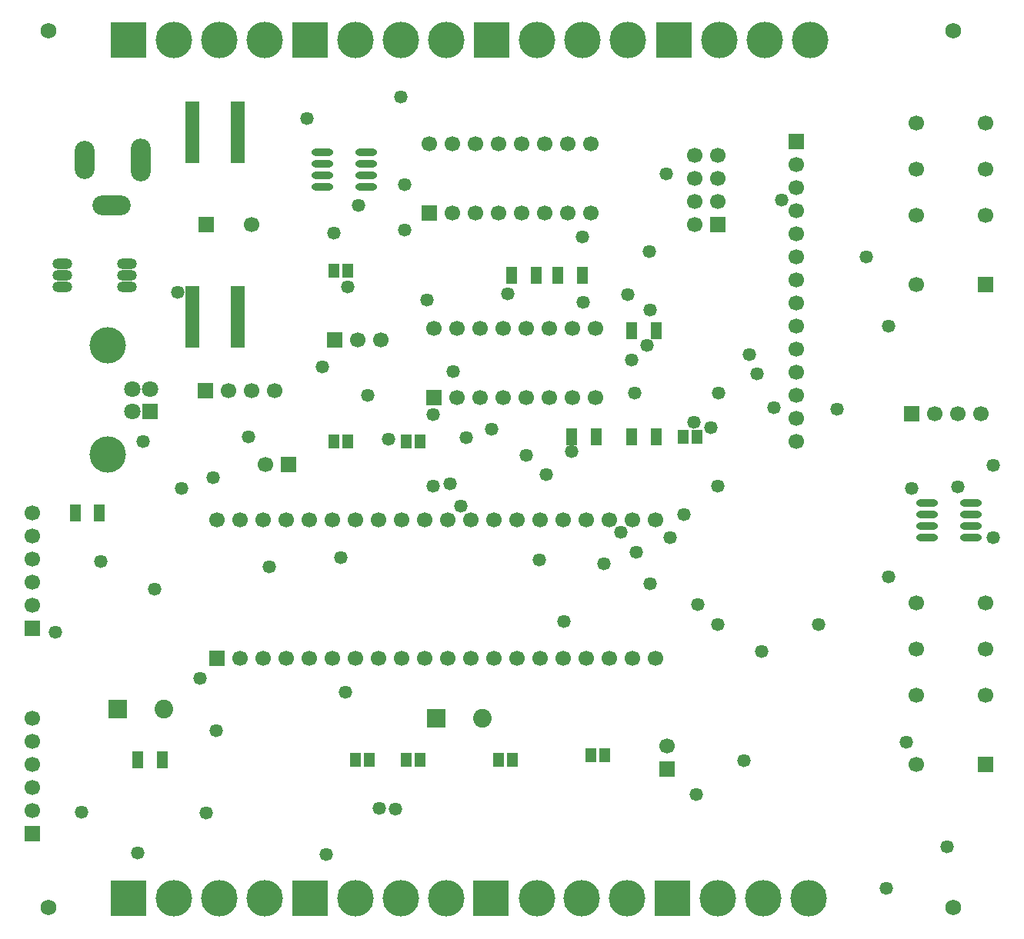
<source format=gts>
%FSLAX42Y42*%
%MOMM*%
G71*
G01*
G75*
G04 Layer_Color=8388736*
%ADD10R,1.10X1.40*%
%ADD11O,2.20X0.60*%
%ADD12R,1.10X1.70*%
%ADD13R,1.40X6.70*%
%ADD14C,0.64*%
%ADD15C,0.55*%
%ADD16C,0.30*%
%ADD17C,3.81*%
%ADD18R,3.81X3.81*%
%ADD19R,1.85X1.85*%
%ADD20C,1.85*%
%ADD21C,1.50*%
%ADD22R,1.50X1.50*%
%ADD23R,1.50X1.50*%
%ADD24O,2.00X1.00*%
%ADD25O,2.00X1.00*%
%ADD26C,1.52*%
%ADD27C,3.80*%
%ADD28R,1.60X1.60*%
%ADD29C,1.60*%
%ADD30C,1.50*%
%ADD31R,1.50X1.50*%
%ADD32R,1.50X1.50*%
%ADD33O,2.00X4.50*%
%ADD34O,2.00X4.00*%
%ADD35O,4.00X2.00*%
%ADD36C,1.27*%
%ADD37C,0.25*%
%ADD38C,0.20*%
%ADD39C,0.60*%
%ADD40C,0.25*%
%ADD41C,0.20*%
%ADD42C,0.15*%
%ADD43R,1.30X1.60*%
%ADD44O,2.40X0.80*%
%ADD45R,1.30X1.90*%
%ADD46R,1.60X6.90*%
%ADD47C,4.01*%
%ADD48R,4.01X4.01*%
%ADD49R,2.05X2.05*%
%ADD50C,2.05*%
%ADD51C,1.70*%
%ADD52R,1.70X1.70*%
%ADD53R,1.70X1.70*%
%ADD54O,2.20X1.20*%
%ADD55O,2.20X1.20*%
%ADD56C,1.73*%
%ADD57C,4.00*%
%ADD58R,1.80X1.80*%
%ADD59C,1.80*%
%ADD60C,1.70*%
%ADD61R,1.70X1.70*%
%ADD62R,1.70X1.70*%
%ADD63O,2.20X4.70*%
%ADD64O,2.20X4.20*%
%ADD65O,4.20X2.20*%
%ADD66C,1.47*%
D43*
X28828Y21895D02*
D03*
X28678D02*
D03*
X25630Y18339D02*
D03*
X25780D02*
D03*
X24834Y21844D02*
D03*
X24984D02*
D03*
X25071Y18339D02*
D03*
X25221D02*
D03*
X26796D02*
D03*
X26646D02*
D03*
X27662Y18390D02*
D03*
X27812D02*
D03*
X25780Y21844D02*
D03*
X25630D02*
D03*
X24829Y23724D02*
D03*
X24979D02*
D03*
D44*
X25183Y24651D02*
D03*
Y24778D02*
D03*
Y24905D02*
D03*
Y25032D02*
D03*
X24703Y24651D02*
D03*
Y24778D02*
D03*
Y24905D02*
D03*
Y25032D02*
D03*
X31838Y20790D02*
D03*
Y20917D02*
D03*
Y21044D02*
D03*
Y21171D02*
D03*
X31358Y20790D02*
D03*
Y20917D02*
D03*
Y21044D02*
D03*
Y21171D02*
D03*
D45*
X28110Y21895D02*
D03*
X28380D02*
D03*
X22944Y18339D02*
D03*
X22674D02*
D03*
X22251Y21059D02*
D03*
X21981D02*
D03*
X26789Y23673D02*
D03*
X27059D02*
D03*
X27297D02*
D03*
X27567D02*
D03*
X27449Y21895D02*
D03*
X27719D02*
D03*
X28110Y23063D02*
D03*
X28380D02*
D03*
D46*
X23275Y23216D02*
D03*
X23775D02*
D03*
X23275Y25248D02*
D03*
X23775D02*
D03*
D47*
X27061Y16815D02*
D03*
X27559D02*
D03*
X28059D02*
D03*
X25065D02*
D03*
X25563D02*
D03*
X26063D02*
D03*
X27069Y26264D02*
D03*
X27567D02*
D03*
X28067D02*
D03*
X25065D02*
D03*
X25563D02*
D03*
X26063D02*
D03*
X23068D02*
D03*
X23566D02*
D03*
X24066D02*
D03*
X30071D02*
D03*
X29571D02*
D03*
X29073D02*
D03*
X29058Y16815D02*
D03*
X29555D02*
D03*
X30056D02*
D03*
X24066D02*
D03*
X23566D02*
D03*
X23068D02*
D03*
D48*
X26561D02*
D03*
X24564D02*
D03*
X26568Y26264D02*
D03*
X24564D02*
D03*
X22568D02*
D03*
X28572D02*
D03*
X28557Y16815D02*
D03*
X22568D02*
D03*
D49*
X25959Y18796D02*
D03*
X22454Y18898D02*
D03*
D50*
X26467Y18796D02*
D03*
X22962Y18898D02*
D03*
D51*
X28804Y24994D02*
D03*
Y24740D02*
D03*
Y24486D02*
D03*
Y24232D02*
D03*
X29058Y24994D02*
D03*
Y24740D02*
D03*
Y24486D02*
D03*
X23923Y24232D02*
D03*
X31953Y22149D02*
D03*
X31699D02*
D03*
X31445D02*
D03*
X25349Y22962D02*
D03*
X25095D02*
D03*
X21509Y18796D02*
D03*
Y18542D02*
D03*
Y18288D02*
D03*
Y18034D02*
D03*
Y17780D02*
D03*
X29921Y24892D02*
D03*
Y24638D02*
D03*
Y24384D02*
D03*
Y24130D02*
D03*
Y23876D02*
D03*
Y23622D02*
D03*
Y23368D02*
D03*
Y23114D02*
D03*
Y22860D02*
D03*
Y22606D02*
D03*
Y22352D02*
D03*
Y22098D02*
D03*
Y21844D02*
D03*
X21509Y21059D02*
D03*
Y20805D02*
D03*
Y20551D02*
D03*
Y20297D02*
D03*
Y20043D02*
D03*
X24181Y22403D02*
D03*
X23927D02*
D03*
X23673D02*
D03*
X28372Y20980D02*
D03*
X28118D02*
D03*
X27864D02*
D03*
X27610D02*
D03*
X27356D02*
D03*
X27102D02*
D03*
X26848D02*
D03*
X26594D02*
D03*
X26340D02*
D03*
X26086D02*
D03*
X25832D02*
D03*
X25578D02*
D03*
X25324D02*
D03*
X25070D02*
D03*
X24816D02*
D03*
X24562D02*
D03*
X24308D02*
D03*
X24054D02*
D03*
X23800D02*
D03*
X23546D02*
D03*
X28372Y19456D02*
D03*
X28118D02*
D03*
X27864D02*
D03*
X27610D02*
D03*
X27356D02*
D03*
X27102D02*
D03*
X26848D02*
D03*
X26594D02*
D03*
X26340D02*
D03*
X26086D02*
D03*
X25832D02*
D03*
X25578D02*
D03*
X25324D02*
D03*
X25070D02*
D03*
X24816D02*
D03*
X24562D02*
D03*
X24308D02*
D03*
X24054D02*
D03*
X23800D02*
D03*
X22086Y24843D02*
D03*
Y25043D02*
D03*
X22486Y24443D02*
D03*
X22286D02*
D03*
X24079Y21590D02*
D03*
X28499Y18491D02*
D03*
D52*
X29058Y24232D02*
D03*
X21509Y17526D02*
D03*
X29921Y25146D02*
D03*
X21509Y19789D02*
D03*
X23546Y19456D02*
D03*
X28499Y18237D02*
D03*
D53*
X23423Y24232D02*
D03*
X31191Y22149D02*
D03*
X24841Y22962D02*
D03*
X23419Y22403D02*
D03*
X24333Y21590D02*
D03*
D54*
X22555Y23800D02*
D03*
X21844D02*
D03*
D55*
X22555Y23673D02*
D03*
Y23546D02*
D03*
X21844D02*
D03*
Y23673D02*
D03*
D56*
X31648Y26365D02*
D03*
X21692D02*
D03*
Y16713D02*
D03*
X31648D02*
D03*
D57*
X22337Y21699D02*
D03*
Y22903D02*
D03*
D58*
X22808Y22176D02*
D03*
D59*
Y22426D02*
D03*
X22608Y22176D02*
D03*
Y22426D02*
D03*
D60*
X31242Y20066D02*
D03*
Y19558D02*
D03*
Y19050D02*
D03*
Y18288D02*
D03*
X32004Y19050D02*
D03*
Y19558D02*
D03*
Y20066D02*
D03*
X31242Y25349D02*
D03*
Y24841D02*
D03*
Y24333D02*
D03*
Y23571D02*
D03*
X32004Y24333D02*
D03*
Y24841D02*
D03*
Y25349D02*
D03*
X27661Y25121D02*
D03*
X27407D02*
D03*
X27153D02*
D03*
X26899D02*
D03*
X26645D02*
D03*
X26391D02*
D03*
X26137D02*
D03*
X25883D02*
D03*
X27661Y24359D02*
D03*
X27407D02*
D03*
X27153D02*
D03*
X26899D02*
D03*
X26645D02*
D03*
X26391D02*
D03*
X26137D02*
D03*
X22706Y25068D02*
D03*
Y24818D02*
D03*
X26187Y22327D02*
D03*
X26441D02*
D03*
X26695D02*
D03*
X26949D02*
D03*
X27203D02*
D03*
X27457D02*
D03*
X27711D02*
D03*
X25933Y23089D02*
D03*
X26187D02*
D03*
X26441D02*
D03*
X26695D02*
D03*
X26949D02*
D03*
X27203D02*
D03*
X27457D02*
D03*
X27711D02*
D03*
D61*
X32004Y18288D02*
D03*
Y23571D02*
D03*
D62*
X25883Y24359D02*
D03*
X25933Y22327D02*
D03*
D63*
X22706Y24943D02*
D03*
D64*
X22086D02*
D03*
D65*
X22386Y24443D02*
D03*
D66*
X24979Y23546D02*
D03*
X24829Y24140D02*
D03*
X22675Y17318D02*
D03*
X26223Y21135D02*
D03*
X26111Y21377D02*
D03*
X31697Y21349D02*
D03*
X24955Y19088D02*
D03*
X28110Y22741D02*
D03*
X31189Y21328D02*
D03*
X26563Y21981D02*
D03*
X23154Y21326D02*
D03*
X26949Y21692D02*
D03*
X24742Y17297D02*
D03*
X28301Y23937D02*
D03*
X29670Y22222D02*
D03*
X29065Y22377D02*
D03*
X25202Y22352D02*
D03*
X25611Y24171D02*
D03*
X28306Y20282D02*
D03*
X30366Y22202D02*
D03*
X29541Y19534D02*
D03*
X30686Y23876D02*
D03*
X29483Y22587D02*
D03*
X29053Y21354D02*
D03*
Y19830D02*
D03*
X30168D02*
D03*
X31580Y17386D02*
D03*
X28067Y23465D02*
D03*
X31130Y18539D02*
D03*
X28313Y23297D02*
D03*
X27363Y19863D02*
D03*
X27170Y21481D02*
D03*
X24701Y22670D02*
D03*
X23498Y21448D02*
D03*
X21763Y19746D02*
D03*
X24115Y20467D02*
D03*
X23360Y19235D02*
D03*
X23533Y18664D02*
D03*
X24910Y20566D02*
D03*
X28682Y21042D02*
D03*
X27092Y20544D02*
D03*
X27986Y20846D02*
D03*
X30932Y20353D02*
D03*
Y23114D02*
D03*
X28157Y20629D02*
D03*
X27805Y20503D02*
D03*
X28832Y20050D02*
D03*
X29759Y24506D02*
D03*
X29403Y22799D02*
D03*
X28532Y20792D02*
D03*
X32088Y21587D02*
D03*
Y20790D02*
D03*
X24531Y25405D02*
D03*
X28491Y24793D02*
D03*
X25926Y22139D02*
D03*
Y21354D02*
D03*
X25428Y21874D02*
D03*
X26741Y23470D02*
D03*
X23114Y23490D02*
D03*
X28275Y22906D02*
D03*
X27569Y23376D02*
D03*
X28976Y22001D02*
D03*
X25855Y23401D02*
D03*
X26144Y22619D02*
D03*
X28143Y22382D02*
D03*
X22855Y20223D02*
D03*
X22268Y20522D02*
D03*
X25611Y24671D02*
D03*
X30909Y16927D02*
D03*
X29342Y18331D02*
D03*
X28819Y17963D02*
D03*
X26289Y21892D02*
D03*
X23886Y21900D02*
D03*
X25103Y24442D02*
D03*
X22728Y21844D02*
D03*
X22050Y17767D02*
D03*
X23421Y17757D02*
D03*
X28796Y22055D02*
D03*
X25507Y17795D02*
D03*
X27564Y24100D02*
D03*
X25563Y25641D02*
D03*
X25329Y17810D02*
D03*
X27449Y21737D02*
D03*
M02*

</source>
